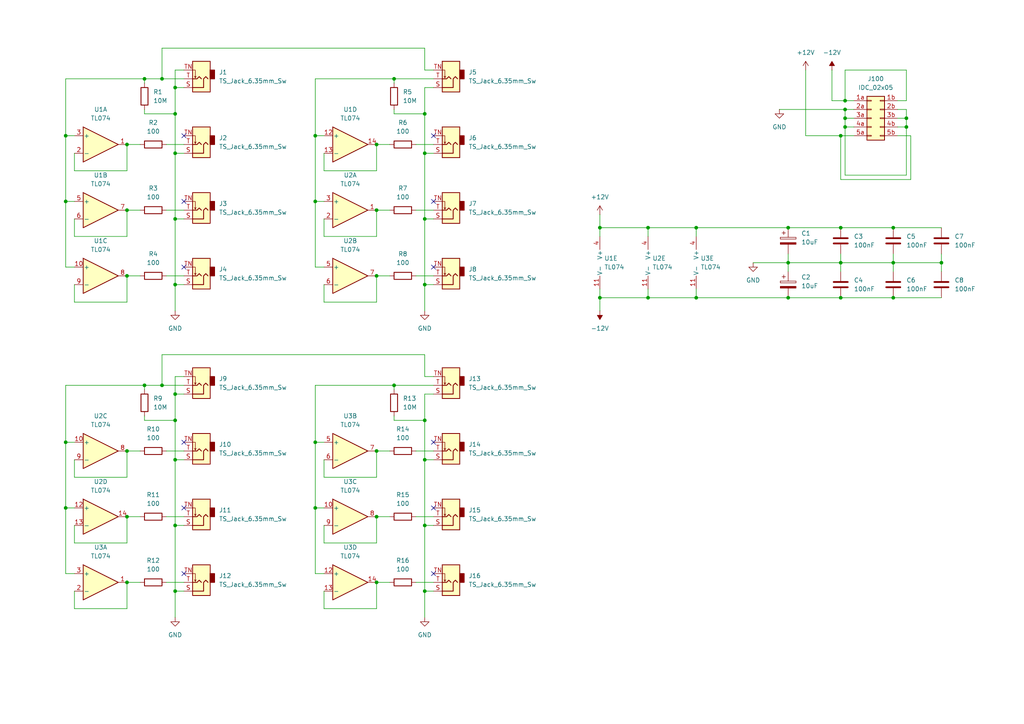
<source format=kicad_sch>
(kicad_sch (version 20231120) (generator "eeschema") (generator_version "8.0")
  (paper "A4")
  (title_block (title "Buffered Mult PCB") (date "2024-05-31") (rev "1") (company "DMH"))
  (lib_symbols
    (symbol "Amplifier_Operational:TL074" (pin_names (offset 0.127))
      (property "Reference" "U" (at 0 5.08 0))
      (property "Value" "TL074" (at 0 -5.08 0))
      (symbol "TL074_1_1"
        (polyline (pts (xy -5.08 5.08) (xy 5.08 0) (xy -5.08 -5.08) (xy -5.08 5.08)) (stroke (width 0.254)) (fill (type background)))
        (pin output line (at 7.62 0 180) (length 2.54) (name "~") (number "1"))
        (pin input line (at -7.62 -2.54 0) (length 2.54) (name "-") (number "2"))
        (pin input line (at -7.62 2.54 0) (length 2.54) (name "+") (number "3"))
      )
      (symbol "TL074_2_1"
        (polyline (pts (xy -5.08 5.08) (xy 5.08 0) (xy -5.08 -5.08) (xy -5.08 5.08)) (stroke (width 0.254)) (fill (type background)))
        (pin input line (at -7.62 2.54 0) (length 2.54) (name "+") (number "5"))
        (pin input line (at -7.62 -2.54 0) (length 2.54) (name "-") (number "6"))
        (pin output line (at 7.62 0 180) (length 2.54) (name "~") (number "7"))
      )
      (symbol "TL074_3_1"
        (polyline (pts (xy -5.08 5.08) (xy 5.08 0) (xy -5.08 -5.08) (xy -5.08 5.08)) (stroke (width 0.254)) (fill (type background)))
        (pin input line (at -7.62 2.54 0) (length 2.54) (name "+") (number "10"))
        (pin output line (at 7.62 0 180) (length 2.54) (name "~") (number "8"))
        (pin input line (at -7.62 -2.54 0) (length 2.54) (name "-") (number "9"))
      )
      (symbol "TL074_4_1"
        (polyline (pts (xy -5.08 5.08) (xy 5.08 0) (xy -5.08 -5.08) (xy -5.08 5.08)) (stroke (width 0.254)) (fill (type background)))
        (pin input line (at -7.62 2.54 0) (length 2.54) (name "+") (number "12"))
        (pin input line (at -7.62 -2.54 0) (length 2.54) (name "-") (number "13"))
        (pin output line (at 7.62 0 180) (length 2.54) (name "~") (number "14"))
      )
      (symbol "TL074_5_1"
        (pin power_in line (at -2.54 -7.62 90) (length 3.81) (name "V-") (number "11"))
        (pin power_in line (at -2.54 7.62 270) (length 3.81) (name "V+") (number "4"))
      )
    )
    (symbol "Device:C" (pin_numbers hide) (pin_names (offset 0.254))
      (property "Reference" "C" (at 0.635 2.54 0))
      (property "Value" "C" (at 0.635 -2.54 0))
      (symbol "C_0_1"
        (polyline (pts (xy -2.032 -0.762) (xy 2.032 -0.762)) (stroke (width 0.508)))
        (polyline (pts (xy -2.032 0.762) (xy 2.032 0.762)) (stroke (width 0.508)))
      )
      (symbol "C_1_1"
        (pin passive line (at 0 3.81 270) (length 2.794) (name "~") (number "1"))
        (pin passive line (at 0 -3.81 90) (length 2.794) (name "~") (number "2"))
      )
    )
    (symbol "Device:C_Polarized" (pin_numbers hide) (pin_names (offset 0.254))
      (property "Reference" "C" (at 0.635 2.54 0))
      (property "Value" "C_Polarized" (at 0.635 -2.54 0))
      (symbol "C_Polarized_0_1"
        (rectangle (start -2.286 0.508) (end 2.286 1.016))
        (polyline (pts (xy -1.778 2.286) (xy -0.762 2.286)))
        (polyline (pts (xy -1.27 2.794) (xy -1.27 1.778)))
        (rectangle (start 2.286 -0.508) (end -2.286 -1.016) (fill (type outline)))
      )
      (symbol "C_Polarized_1_1"
        (pin passive line (at 0 3.81 270) (length 2.794) (name "~") (number "1"))
        (pin passive line (at 0 -3.81 90) (length 2.794) (name "~") (number "2"))
      )
    )
    (symbol "Device:R" (pin_numbers hide) (pin_names (offset 0))
      (property "Reference" "R" (at 2.032 0 90))
      (property "Value" "R" (at 0 0 90))
      (symbol "R_0_1"
        (rectangle (start -1.016 -2.54) (end 1.016 2.54) (stroke (width 0.254)))
      )
      (symbol "R_1_1"
        (pin passive line (at 0 3.81 270) (length 1.27) (name "~") (number "1"))
        (pin passive line (at 0 -3.81 90) (length 1.27) (name "~") (number "2"))
      )
    )
    (symbol "SynthStuff:Eurorack_Power_Connector_10Pin" (pin_names (offset 1.016) hide)
      (property "Reference" "J" (at 0 -10.922 0))
      (property "Value" "IDC_02x05" (at 0 -8.382 0))
      (symbol "Eurorack_Power_Connector_10Pin_1_1"
        (rectangle (start -2.54 -4.953) (end -1.27 -5.207) (stroke (width 0.1524)))
        (rectangle (start -2.54 -2.413) (end -1.27 -2.667) (stroke (width 0.1524)))
        (rectangle (start -2.54 0.127) (end -1.27 -0.127) (stroke (width 0.1524)))
        (rectangle (start -2.54 2.667) (end -1.27 2.413) (stroke (width 0.1524)))
        (rectangle (start -2.54 5.207) (end -1.27 4.953) (stroke (width 0.1524)))
        (rectangle (start -2.54 6.35) (end 2.54 -6.35) (stroke (width 0.254)) (fill (type background)))
        (rectangle (start 2.54 -4.953) (end 1.27 -5.207) (stroke (width 0.1524)))
        (rectangle (start 2.54 -2.413) (end 1.27 -2.667) (stroke (width 0.1524)))
        (rectangle (start 2.54 0.127) (end 1.27 -0.127) (stroke (width 0.1524)))
        (rectangle (start 2.54 2.667) (end 1.27 2.413) (stroke (width 0.1524)))
        (rectangle (start 2.54 5.207) (end 1.27 4.953) (stroke (width 0.1524)))
        (pin power_out line (at -6.35 5.08 0) (length 3.81) (name "Pin_1a") (number "1a"))
        (pin passive line (at 6.35 5.08 180) (length 3.81) (name "Pin_1b") (number "1b"))
        (pin power_out line (at -6.35 2.54 0) (length 3.81) (name "Pin_2a") (number "2a"))
        (pin passive line (at 6.35 2.54 180) (length 3.81) (name "Pin_2b") (number "2b"))
        (pin passive line (at -6.35 0 0) (length 3.81) (name "Pin_3a") (number "3a"))
        (pin passive line (at 6.35 0 180) (length 3.81) (name "Pin_3b") (number "3b"))
        (pin passive line (at -6.35 -2.54 0) (length 3.81) (name "Pin_4a") (number "4a"))
        (pin passive line (at 6.35 -2.54 180) (length 3.81) (name "Pin_4b") (number "4b"))
        (pin power_out line (at -6.35 -5.08 0) (length 3.81) (name "Pin_5a") (number "5a"))
        (pin passive line (at 6.35 -5.08 180) (length 3.81) (name "Pin_5b") (number "5b"))
      )
    )
    (symbol "SynthStuff:TS_Jack_6.35mm_Sw"
      (property "Reference" "J" (at -0.635 8.89 0))
      (property "Value" "TS_Jack_6.35mm_Sw" (at -0.635 6.35 0))
      (symbol "TS_Jack_6.35mm_Sw_0_1"
        (rectangle (start -2.54 0) (end -3.81 -2.54) (stroke (width 0.254)) (fill (type outline)))
        (polyline (pts (xy 1.778 -0.254) (xy 2.032 -0.762)))
        (polyline (pts (xy 0 0) (xy 0.635 -0.635) (xy 1.27 0) (xy 2.54 0)) (stroke (width 0.254)))
        (polyline (pts (xy 2.54 -2.54) (xy 1.778 -2.54) (xy 1.778 -0.254) (xy 1.524 -0.762)))
        (polyline (pts (xy 2.54 2.54) (xy -0.635 2.54) (xy -0.635 0) (xy -1.27 -0.635) (xy -1.905 0)) (stroke (width 0.254)))
        (rectangle (start 2.54 3.81) (end -2.54 -5.08) (stroke (width 0.254)) (fill (type background)))
      )
      (symbol "TS_Jack_6.35mm_Sw_1_1"
        (pin passive line (at 5.08 2.54 180) (length 2.54) (name "~") (number "S"))
        (pin passive line (at 5.08 0 180) (length 2.54) (name "~") (number "T"))
        (pin passive line (at 5.08 -2.54 180) (length 2.54) (name "~") (number "TN"))
      )
    )
    (symbol "power:+12V" (power) (pin_numbers hide) (pin_names (offset 0) hide)
      (property "Value" "+12V" (at 0 3.556 0))
      (symbol "+12V_0_1"
        (polyline (pts (xy -0.762 1.27) (xy 0 2.54)))
        (polyline (pts (xy 0 0) (xy 0 2.54)))
        (polyline (pts (xy 0 2.54) (xy 0.762 1.27)))
      )
      (symbol "+12V_1_1"
        (pin power_in line (at 0 0 90) (length 0) (name "~") (number "1"))
      )
    )
    (symbol "power:-12V" (power) (pin_numbers hide) (pin_names (offset 0) hide)
      (property "Value" "-12V" (at 0 3.556 0))
      (symbol "-12V_0_0"
        (pin power_in line (at 0 0 90) (length 0) (name "~") (number "1"))
      )
      (symbol "-12V_0_1"
        (polyline (pts (xy 0 0) (xy 0 1.27) (xy 0.762 1.27) (xy 0 2.54) (xy -0.762 1.27) (xy 0 1.27)) (fill (type outline)))
      )
    )
    (symbol "power:GND" (power) (pin_numbers hide) (pin_names (offset 0) hide)
      (property "Value" "GND" (at 0 -3.81 0))
      (symbol "GND_0_1"
        (polyline (pts (xy 0 0) (xy 0 -1.27) (xy 1.27 -1.27) (xy 0 -2.54) (xy -1.27 -1.27) (xy 0 -1.27)))
      )
      (symbol "GND_1_1"
        (pin power_in line (at 0 0 270) (length 0) (name "~") (number "1"))
      )
    )
  )
  (junction (at 243.84 39.37))
  (junction (at 50.8 171.45))
  (junction (at 91.44 39.37))
  (junction (at 41.91 111.76))
  (junction (at 228.6 76.2))
  (junction (at 228.6 66.04))
  (junction (at 50.8 44.45))
  (junction (at 50.8 133.35))
  (junction (at 36.83 149.86))
  (junction (at 109.22 149.86))
  (junction (at 36.83 60.96))
  (junction (at 91.44 58.42))
  (junction (at 123.19 171.45))
  (junction (at 19.05 147.32))
  (junction (at 228.6 86.36))
  (junction (at 114.3 111.76))
  (junction (at 123.19 44.45))
  (junction (at 91.44 147.32))
  (junction (at 50.8 121.92))
  (junction (at 41.91 22.86))
  (junction (at 123.19 152.4))
  (junction (at 243.84 76.2))
  (junction (at 273.05 76.2))
  (junction (at 187.96 86.36))
  (junction (at 91.44 128.27))
  (junction (at 245.11 31.75))
  (junction (at 201.93 86.36))
  (junction (at 262.89 34.29))
  (junction (at 50.8 63.5))
  (junction (at 109.22 168.91))
  (junction (at 259.08 66.04))
  (junction (at 19.05 39.37))
  (junction (at 50.8 82.55))
  (junction (at 109.22 41.91))
  (junction (at 245.11 36.83))
  (junction (at 109.22 60.96))
  (junction (at 245.11 29.21))
  (junction (at 36.83 130.81))
  (junction (at 50.8 152.4))
  (junction (at 109.22 130.81))
  (junction (at 50.8 33.02))
  (junction (at 46.99 22.86))
  (junction (at 262.89 36.83))
  (junction (at 123.19 82.55))
  (junction (at 243.84 86.36))
  (junction (at 36.83 80.01))
  (junction (at 123.19 63.5))
  (junction (at 36.83 168.91))
  (junction (at 46.99 111.76))
  (junction (at 243.84 66.04))
  (junction (at 173.99 86.36))
  (junction (at 19.05 58.42))
  (junction (at 245.11 34.29))
  (junction (at 114.3 22.86))
  (junction (at 50.8 114.3))
  (junction (at 123.19 133.35))
  (junction (at 123.19 121.92))
  (junction (at 173.99 66.04))
  (junction (at 123.19 33.02))
  (junction (at 259.08 86.36))
  (junction (at 109.22 80.01))
  (junction (at 187.96 66.04))
  (junction (at 19.05 128.27))
  (junction (at 259.08 76.2))
  (junction (at 36.83 41.91))
  (junction (at 201.93 66.04))
  (junction (at 50.8 25.4))
  (no_connect (at 53.34 128.27))
  (no_connect (at 125.73 77.47))
  (no_connect (at 125.73 147.32))
  (no_connect (at 53.34 77.47))
  (no_connect (at 53.34 39.37))
  (no_connect (at 125.73 166.37))
  (no_connect (at 125.73 128.27))
  (no_connect (at 125.73 58.42))
  (no_connect (at 53.34 166.37))
  (no_connect (at 53.34 147.32))
  (no_connect (at 53.34 58.42))
  (no_connect (at 125.73 39.37))
  (wire (pts (xy 243.84 39.37) (xy 247.65 39.37)))
  (wire (pts (xy 21.59 58.42) (xy 19.05 58.42)))
  (wire (pts (xy 120.65 168.91) (xy 125.73 168.91)))
  (wire (pts (xy 91.44 39.37) (xy 93.98 39.37)))
  (wire (pts (xy 50.8 82.55) (xy 50.8 90.17)))
  (wire (pts (xy 41.91 22.86) (xy 41.91 24.13)))
  (wire (pts (xy 93.98 58.42) (xy 91.44 58.42)))
  (wire (pts (xy 93.98 166.37) (xy 91.44 166.37)))
  (wire (pts (xy 109.22 149.86) (xy 113.03 149.86)))
  (wire (pts (xy 93.98 133.35) (xy 93.98 138.43)))
  (wire (pts (xy 201.93 66.04) (xy 187.96 66.04)))
  (wire (pts (xy 21.59 44.45) (xy 21.59 49.53)))
  (wire (pts (xy 243.84 76.2) (xy 259.08 76.2)))
  (wire (pts (xy 36.83 68.58) (xy 36.83 60.96)))
  (wire (pts (xy 21.59 171.45) (xy 21.59 176.53)))
  (wire (pts (xy 123.19 121.92) (xy 123.19 133.35)))
  (wire (pts (xy 91.44 166.37) (xy 91.44 147.32)))
  (wire (pts (xy 109.22 80.01) (xy 113.03 80.01)))
  (wire (pts (xy 109.22 87.63) (xy 109.22 80.01)))
  (wire (pts (xy 125.73 25.4) (xy 123.19 25.4)))
  (wire (pts (xy 226.06 31.75) (xy 245.11 31.75)))
  (wire (pts (xy 19.05 111.76) (xy 19.05 128.27)))
  (wire (pts (xy 243.84 73.66) (xy 243.84 76.2)))
  (wire (pts (xy 259.08 76.2) (xy 259.08 78.74)))
  (wire (pts (xy 21.59 77.47) (xy 19.05 77.47)))
  (wire (pts (xy 48.26 149.86) (xy 53.34 149.86)))
  (wire (pts (xy 262.89 34.29) (xy 262.89 36.83)))
  (wire (pts (xy 91.44 111.76) (xy 91.44 128.27)))
  (wire (pts (xy 245.11 50.8) (xy 262.89 50.8)))
  (wire (pts (xy 21.59 63.5) (xy 21.59 68.58)))
  (wire (pts (xy 19.05 166.37) (xy 19.05 147.32)))
  (wire (pts (xy 114.3 120.65) (xy 114.3 121.92)))
  (wire (pts (xy 109.22 49.53) (xy 109.22 41.91)))
  (wire (pts (xy 50.8 33.02) (xy 50.8 44.45)))
  (wire (pts (xy 120.65 130.81) (xy 125.73 130.81)))
  (wire (pts (xy 260.35 29.21) (xy 262.89 29.21)))
  (wire (pts (xy 187.96 86.36) (xy 173.99 86.36)))
  (wire (pts (xy 50.8 171.45) (xy 53.34 171.45)))
  (wire (pts (xy 21.59 87.63) (xy 36.83 87.63)))
  (wire (pts (xy 46.99 111.76) (xy 46.99 102.87)))
  (wire (pts (xy 46.99 13.97) (xy 123.19 13.97)))
  (wire (pts (xy 260.35 36.83) (xy 262.89 36.83)))
  (wire (pts (xy 93.98 176.53) (xy 109.22 176.53)))
  (wire (pts (xy 233.68 39.37) (xy 243.84 39.37)))
  (wire (pts (xy 187.96 83.82) (xy 187.96 86.36)))
  (wire (pts (xy 41.91 33.02) (xy 41.91 31.75)))
  (wire (pts (xy 264.16 52.07) (xy 264.16 39.37)))
  (wire (pts (xy 123.19 114.3) (xy 123.19 121.92)))
  (wire (pts (xy 243.84 76.2) (xy 243.84 78.74)))
  (wire (pts (xy 48.26 60.96) (xy 53.34 60.96)))
  (wire (pts (xy 201.93 68.58) (xy 201.93 66.04)))
  (wire (pts (xy 36.83 87.63) (xy 36.83 80.01)))
  (wire (pts (xy 50.8 25.4) (xy 50.8 33.02)))
  (wire (pts (xy 125.73 114.3) (xy 123.19 114.3)))
  (wire (pts (xy 46.99 102.87) (xy 123.19 102.87)))
  (wire (pts (xy 123.19 44.45) (xy 123.19 63.5)))
  (wire (pts (xy 123.19 133.35) (xy 123.19 152.4)))
  (wire (pts (xy 91.44 128.27) (xy 93.98 128.27)))
  (wire (pts (xy 36.83 157.48) (xy 36.83 149.86)))
  (wire (pts (xy 50.8 133.35) (xy 53.34 133.35)))
  (wire (pts (xy 201.93 66.04) (xy 228.6 66.04)))
  (wire (pts (xy 262.89 31.75) (xy 262.89 34.29)))
  (wire (pts (xy 245.11 36.83) (xy 247.65 36.83)))
  (wire (pts (xy 50.8 82.55) (xy 53.34 82.55)))
  (wire (pts (xy 114.3 22.86) (xy 114.3 24.13)))
  (wire (pts (xy 36.83 176.53) (xy 36.83 168.91)))
  (wire (pts (xy 245.11 36.83) (xy 245.11 50.8)))
  (wire (pts (xy 93.98 49.53) (xy 109.22 49.53)))
  (wire (pts (xy 228.6 66.04) (xy 243.84 66.04)))
  (wire (pts (xy 123.19 25.4) (xy 123.19 33.02)))
  (wire (pts (xy 114.3 111.76) (xy 114.3 113.03)))
  (wire (pts (xy 36.83 130.81) (xy 40.64 130.81)))
  (wire (pts (xy 46.99 22.86) (xy 46.99 13.97)))
  (wire (pts (xy 109.22 60.96) (xy 113.03 60.96)))
  (wire (pts (xy 50.8 63.5) (xy 50.8 82.55)))
  (wire (pts (xy 201.93 83.82) (xy 201.93 86.36)))
  (wire (pts (xy 260.35 31.75) (xy 262.89 31.75)))
  (wire (pts (xy 123.19 152.4) (xy 125.73 152.4)))
  (wire (pts (xy 123.19 20.32) (xy 125.73 20.32)))
  (wire (pts (xy 201.93 86.36) (xy 228.6 86.36)))
  (wire (pts (xy 41.91 22.86) (xy 46.99 22.86)))
  (wire (pts (xy 243.84 66.04) (xy 259.08 66.04)))
  (wire (pts (xy 46.99 111.76) (xy 53.34 111.76)))
  (wire (pts (xy 228.6 76.2) (xy 228.6 78.74)))
  (wire (pts (xy 262.89 20.32) (xy 262.89 29.21)))
  (wire (pts (xy 262.89 36.83) (xy 262.89 50.8)))
  (wire (pts (xy 187.96 68.58) (xy 187.96 66.04)))
  (wire (pts (xy 21.59 166.37) (xy 19.05 166.37)))
  (wire (pts (xy 21.59 68.58) (xy 36.83 68.58)))
  (wire (pts (xy 243.84 86.36) (xy 259.08 86.36)))
  (wire (pts (xy 93.98 147.32) (xy 91.44 147.32)))
  (wire (pts (xy 123.19 90.17) (xy 123.19 82.55)))
  (wire (pts (xy 21.59 82.55) (xy 21.59 87.63)))
  (wire (pts (xy 48.26 130.81) (xy 53.34 130.81)))
  (wire (pts (xy 19.05 22.86) (xy 19.05 39.37)))
  (wire (pts (xy 93.98 44.45) (xy 93.98 49.53)))
  (wire (pts (xy 36.83 80.01) (xy 40.64 80.01)))
  (wire (pts (xy 245.11 29.21) (xy 245.11 20.32)))
  (wire (pts (xy 245.11 31.75) (xy 247.65 31.75)))
  (wire (pts (xy 123.19 102.87) (xy 123.19 109.22)))
  (wire (pts (xy 109.22 157.48) (xy 109.22 149.86)))
  (wire (pts (xy 91.44 111.76) (xy 114.3 111.76)))
  (wire (pts (xy 245.11 31.75) (xy 245.11 34.29)))
  (wire (pts (xy 233.68 20.32) (xy 233.68 39.37)))
  (wire (pts (xy 36.83 149.86) (xy 40.64 149.86)))
  (wire (pts (xy 93.98 77.47) (xy 91.44 77.47)))
  (wire (pts (xy 243.84 52.07) (xy 264.16 52.07)))
  (wire (pts (xy 50.8 152.4) (xy 53.34 152.4)))
  (wire (pts (xy 53.34 25.4) (xy 50.8 25.4)))
  (wire (pts (xy 46.99 22.86) (xy 53.34 22.86)))
  (wire (pts (xy 91.44 22.86) (xy 114.3 22.86)))
  (wire (pts (xy 245.11 34.29) (xy 247.65 34.29)))
  (wire (pts (xy 173.99 62.23) (xy 173.99 66.04)))
  (wire (pts (xy 187.96 66.04) (xy 173.99 66.04)))
  (wire (pts (xy 259.08 76.2) (xy 273.05 76.2)))
  (wire (pts (xy 41.91 120.65) (xy 41.91 121.92)))
  (wire (pts (xy 50.8 44.45) (xy 50.8 63.5)))
  (wire (pts (xy 259.08 73.66) (xy 259.08 76.2)))
  (wire (pts (xy 218.44 76.2) (xy 228.6 76.2)))
  (wire (pts (xy 120.65 41.91) (xy 125.73 41.91)))
  (wire (pts (xy 109.22 41.91) (xy 113.03 41.91)))
  (wire (pts (xy 91.44 58.42) (xy 91.44 39.37)))
  (wire (pts (xy 19.05 128.27) (xy 21.59 128.27)))
  (wire (pts (xy 93.98 157.48) (xy 109.22 157.48)))
  (wire (pts (xy 120.65 149.86) (xy 125.73 149.86)))
  (wire (pts (xy 36.83 41.91) (xy 40.64 41.91)))
  (wire (pts (xy 36.83 168.91) (xy 40.64 168.91)))
  (wire (pts (xy 48.26 80.01) (xy 53.34 80.01)))
  (wire (pts (xy 120.65 60.96) (xy 125.73 60.96)))
  (wire (pts (xy 114.3 33.02) (xy 123.19 33.02)))
  (wire (pts (xy 273.05 73.66) (xy 273.05 76.2)))
  (wire (pts (xy 21.59 157.48) (xy 36.83 157.48)))
  (wire (pts (xy 19.05 147.32) (xy 19.05 128.27)))
  (wire (pts (xy 50.8 121.92) (xy 50.8 133.35)))
  (wire (pts (xy 93.98 138.43) (xy 109.22 138.43)))
  (wire (pts (xy 123.19 152.4) (xy 123.19 171.45)))
  (wire (pts (xy 260.35 39.37) (xy 264.16 39.37)))
  (wire (pts (xy 50.8 133.35) (xy 50.8 152.4)))
  (wire (pts (xy 41.91 121.92) (xy 50.8 121.92)))
  (wire (pts (xy 36.83 138.43) (xy 36.83 130.81)))
  (wire (pts (xy 109.22 176.53) (xy 109.22 168.91)))
  (wire (pts (xy 123.19 171.45) (xy 125.73 171.45)))
  (wire (pts (xy 173.99 83.82) (xy 173.99 86.36)))
  (wire (pts (xy 114.3 121.92) (xy 123.19 121.92)))
  (wire (pts (xy 41.91 33.02) (xy 50.8 33.02)))
  (wire (pts (xy 93.98 152.4) (xy 93.98 157.48)))
  (wire (pts (xy 123.19 13.97) (xy 123.19 20.32)))
  (wire (pts (xy 228.6 86.36) (xy 243.84 86.36)))
  (wire (pts (xy 259.08 66.04) (xy 273.05 66.04)))
  (wire (pts (xy 123.19 109.22) (xy 125.73 109.22)))
  (wire (pts (xy 109.22 138.43) (xy 109.22 130.81)))
  (wire (pts (xy 123.19 33.02) (xy 123.19 44.45)))
  (wire (pts (xy 173.99 66.04) (xy 173.99 68.58)))
  (wire (pts (xy 109.22 68.58) (xy 109.22 60.96)))
  (wire (pts (xy 93.98 87.63) (xy 109.22 87.63)))
  (wire (pts (xy 245.11 34.29) (xy 245.11 36.83)))
  (wire (pts (xy 19.05 22.86) (xy 41.91 22.86)))
  (wire (pts (xy 120.65 80.01) (xy 125.73 80.01)))
  (wire (pts (xy 241.3 29.21) (xy 245.11 29.21)))
  (wire (pts (xy 114.3 31.75) (xy 114.3 33.02)))
  (wire (pts (xy 48.26 168.91) (xy 53.34 168.91)))
  (wire (pts (xy 125.73 44.45) (xy 123.19 44.45)))
  (wire (pts (xy 36.83 60.96) (xy 40.64 60.96)))
  (wire (pts (xy 260.35 34.29) (xy 262.89 34.29)))
  (wire (pts (xy 228.6 76.2) (xy 243.84 76.2)))
  (wire (pts (xy 91.44 77.47) (xy 91.44 58.42)))
  (wire (pts (xy 41.91 111.76) (xy 46.99 111.76)))
  (wire (pts (xy 53.34 109.22) (xy 50.8 109.22)))
  (wire (pts (xy 125.73 63.5) (xy 123.19 63.5)))
  (wire (pts (xy 123.19 63.5) (xy 123.19 82.55)))
  (wire (pts (xy 93.98 171.45) (xy 93.98 176.53)))
  (wire (pts (xy 19.05 111.76) (xy 41.91 111.76)))
  (wire (pts (xy 109.22 130.81) (xy 113.03 130.81)))
  (wire (pts (xy 228.6 73.66) (xy 228.6 76.2)))
  (wire (pts (xy 50.8 20.32) (xy 50.8 25.4)))
  (wire (pts (xy 50.8 63.5) (xy 53.34 63.5)))
  (wire (pts (xy 50.8 109.22) (xy 50.8 114.3)))
  (wire (pts (xy 21.59 133.35) (xy 21.59 138.43)))
  (wire (pts (xy 123.19 82.55) (xy 125.73 82.55)))
  (wire (pts (xy 273.05 76.2) (xy 273.05 78.74)))
  (wire (pts (xy 243.84 39.37) (xy 243.84 52.07)))
  (wire (pts (xy 245.11 20.32) (xy 262.89 20.32)))
  (wire (pts (xy 91.44 22.86) (xy 91.44 39.37)))
  (wire (pts (xy 19.05 58.42) (xy 19.05 39.37)))
  (wire (pts (xy 114.3 22.86) (xy 125.73 22.86)))
  (wire (pts (xy 123.19 171.45) (xy 123.19 179.07)))
  (wire (pts (xy 21.59 49.53) (xy 36.83 49.53)))
  (wire (pts (xy 259.08 86.36) (xy 273.05 86.36)))
  (wire (pts (xy 173.99 86.36) (xy 173.99 90.17)))
  (wire (pts (xy 93.98 63.5) (xy 93.98 68.58)))
  (wire (pts (xy 50.8 171.45) (xy 50.8 179.07)))
  (wire (pts (xy 50.8 114.3) (xy 50.8 121.92)))
  (wire (pts (xy 123.19 133.35) (xy 125.73 133.35)))
  (wire (pts (xy 114.3 111.76) (xy 125.73 111.76)))
  (wire (pts (xy 21.59 138.43) (xy 36.83 138.43)))
  (wire (pts (xy 21.59 152.4) (xy 21.59 157.48)))
  (wire (pts (xy 201.93 86.36) (xy 187.96 86.36)))
  (wire (pts (xy 50.8 152.4) (xy 50.8 171.45)))
  (wire (pts (xy 241.3 20.32) (xy 241.3 29.21)))
  (wire (pts (xy 53.34 114.3) (xy 50.8 114.3)))
  (wire (pts (xy 19.05 77.47) (xy 19.05 58.42)))
  (wire (pts (xy 91.44 147.32) (xy 91.44 128.27)))
  (wire (pts (xy 109.22 168.91) (xy 113.03 168.91)))
  (wire (pts (xy 41.91 111.76) (xy 41.91 113.03)))
  (wire (pts (xy 21.59 147.32) (xy 19.05 147.32)))
  (wire (pts (xy 50.8 44.45) (xy 53.34 44.45)))
  (wire (pts (xy 36.83 49.53) (xy 36.83 41.91)))
  (wire (pts (xy 53.34 20.32) (xy 50.8 20.32)))
  (wire (pts (xy 93.98 68.58) (xy 109.22 68.58)))
  (wire (pts (xy 19.05 39.37) (xy 21.59 39.37)))
  (wire (pts (xy 48.26 41.91) (xy 53.34 41.91)))
  (wire (pts (xy 93.98 82.55) (xy 93.98 87.63)))
  (wire (pts (xy 245.11 29.21) (xy 247.65 29.21)))
  (wire (pts (xy 21.59 176.53) (xy 36.83 176.53)))
  (symbol (lib_id "power:-12V") (at 241.3 20.32 0) (unit 1)
    (property "Reference" "#PWR07" (effects (hide yes)))
    (property "Value" "-12V" (at 241.3 15.24 0))
    (property "Description" "Power symbol creates a global label with name \"-12V\"" (effects (hide yes)))
  )
  (symbol (lib_id "Amplifier_Operational:TL074") (at 101.6 60.96 0) (unit 1)
    (property "Reference" "U2" (at 101.6 50.8 0))
    (property "Value" "TL074" (at 101.6 53.34 0))
    (property "Footprint" "Package_DIP:DIP-14_W7.62mm_Socket" (effects (hide yes)))
    (property "Datasheet" "http://www.ti.com/lit/ds/symlink/tl071.pdf" (effects (hide yes)))
    (property "Description" "Quad Low-Noise JFET-Input Operational Amplifiers, DIP-14/SOIC-14" (effects (hide yes)))
  )
  (symbol (lib_id "SynthStuff:TS_Jack_6.35mm_Sw") (at 58.42 60.96 180) (unit 1)
    (property "Reference" "J3" (at 63.5 59.0549 0) (effects (justify right)))
    (property "Value" "TS_Jack_6.35mm_Sw" (at 63.5 61.5949 0) (effects (justify right)))
    (property "Footprint" "SynthStuff:CUI_MJ-63052A" (effects (hide yes)))
    (property "Description" "Audio Jack, 2 Poles (Mono / TS), Switched T Pole (Normalling), 6.35mm, 1/4inch" (effects (hide yes)))
  )
  (symbol (lib_id "Device:R") (at 44.45 149.86 90) (unit 1)
    (property "Reference" "R11" (at 44.45 143.51 90))
    (property "Value" "100" (at 44.45 146.05 90))
    (property "Footprint" "Resistor_THT:R_Axial_DIN0204_L3.6mm_D1.6mm_P5.08mm_Horizontal" (effects (hide yes)))
    (property "Description" "Resistor" (effects (hide yes)))
  )
  (symbol (lib_id "Device:C") (at 243.84 69.85 0) (unit 1)
    (property "Reference" "C3" (at 247.65 68.5799 0) (effects (justify left)))
    (property "Value" "100nF" (at 247.65 71.1199 0) (effects (justify left)))
    (property "Footprint" "Capacitor_THT:C_Disc_D4.3mm_W1.9mm_P5.00mm" (effects (hide yes)))
    (property "Description" "Unpolarized capacitor" (effects (hide yes)))
  )
  (symbol (lib_id "Device:R") (at 41.91 27.94 180) (unit 1)
    (property "Reference" "R1" (at 44.45 26.6699 0) (effects (justify right)))
    (property "Value" "10M" (at 44.45 29.2099 0) (effects (justify right)))
    (property "Footprint" "Resistor_THT:R_Axial_DIN0204_L3.6mm_D1.6mm_P5.08mm_Horizontal" (effects (hide yes)))
    (property "Description" "Resistor" (effects (hide yes)))
  )
  (symbol (lib_id "Amplifier_Operational:TL074") (at 190.5 76.2 0) (unit 5)
    (property "Reference" "U2" (at 189.23 74.9299 0) (effects (justify left)))
    (property "Value" "TL074" (at 189.23 77.4699 0) (effects (justify left)))
    (property "Footprint" "Package_DIP:DIP-14_W7.62mm_Socket" (effects (hide yes)))
    (property "Datasheet" "http://www.ti.com/lit/ds/symlink/tl071.pdf" (effects (hide yes)))
    (property "Description" "Quad Low-Noise JFET-Input Operational Amplifiers, DIP-14/SOIC-14" (effects (hide yes)))
  )
  (symbol (lib_id "Amplifier_Operational:TL074") (at 101.6 168.91 0) (unit 4)
    (property "Reference" "U3" (at 101.6 158.75 0))
    (property "Value" "TL074" (at 101.6 161.29 0))
    (property "Footprint" "Package_DIP:DIP-14_W7.62mm_Socket" (effects (hide yes)))
    (property "Datasheet" "http://www.ti.com/lit/ds/symlink/tl071.pdf" (effects (hide yes)))
    (property "Description" "Quad Low-Noise JFET-Input Operational Amplifiers, DIP-14/SOIC-14" (effects (hide yes)))
  )
  (symbol (lib_id "SynthStuff:Eurorack_Power_Connector_10Pin") (at 254 34.29 0) (unit 1)
    (property "Reference" "J100" (at 254 22.86 0))
    (property "Value" "IDC_02x05" (at 254 25.4 0))
    (property "Footprint" "SynthStuff:IDC-Header_2x05_P2.54mm_Vertical_Eurorack" (effects (hide yes)))
    (property "Description" "IDC jack, 2x5 pins, row a carries same signals as row b." (effects (hide yes)))
  )
  (symbol (lib_id "Device:R") (at 116.84 168.91 90) (unit 1)
    (property "Reference" "R16" (at 116.84 162.56 90))
    (property "Value" "100" (at 116.84 165.1 90))
    (property "Footprint" "Resistor_THT:R_Axial_DIN0204_L3.6mm_D1.6mm_P5.08mm_Horizontal" (effects (hide yes)))
    (property "Description" "Resistor" (effects (hide yes)))
  )
  (symbol (lib_id "Device:C") (at 273.05 82.55 0) (unit 1)
    (property "Reference" "C8" (at 276.86 81.2799 0) (effects (justify left)))
    (property "Value" "100nF" (at 276.86 83.8199 0) (effects (justify left)))
    (property "Footprint" "Capacitor_THT:C_Disc_D4.3mm_W1.9mm_P5.00mm" (effects (hide yes)))
    (property "Description" "Unpolarized capacitor" (effects (hide yes)))
  )
  (symbol (lib_id "Device:R") (at 44.45 60.96 90) (unit 1)
    (property "Reference" "R3" (at 44.45 54.61 90))
    (property "Value" "100" (at 44.45 57.15 90))
    (property "Footprint" "Resistor_THT:R_Axial_DIN0204_L3.6mm_D1.6mm_P5.08mm_Horizontal" (effects (hide yes)))
    (property "Description" "Resistor" (effects (hide yes)))
  )
  (symbol (lib_id "Device:R") (at 116.84 149.86 90) (unit 1)
    (property "Reference" "R15" (at 116.84 143.51 90))
    (property "Value" "100" (at 116.84 146.05 90))
    (property "Footprint" "Resistor_THT:R_Axial_DIN0204_L3.6mm_D1.6mm_P5.08mm_Horizontal" (effects (hide yes)))
    (property "Description" "Resistor" (effects (hide yes)))
  )
  (symbol (lib_id "Amplifier_Operational:TL074") (at 29.21 80.01 0) (unit 3)
    (property "Reference" "U1" (at 29.21 69.85 0))
    (property "Value" "TL074" (at 29.21 72.39 0))
    (property "Footprint" "Package_DIP:DIP-14_W7.62mm_Socket" (effects (hide yes)))
    (property "Datasheet" "http://www.ti.com/lit/ds/symlink/tl071.pdf" (effects (hide yes)))
    (property "Description" "Quad Low-Noise JFET-Input Operational Amplifiers, DIP-14/SOIC-14" (effects (hide yes)))
  )
  (symbol (lib_id "Device:R") (at 44.45 130.81 90) (unit 1)
    (property "Reference" "R10" (at 44.45 124.46 90))
    (property "Value" "100" (at 44.45 127 90))
    (property "Footprint" "Resistor_THT:R_Axial_DIN0204_L3.6mm_D1.6mm_P5.08mm_Horizontal" (effects (hide yes)))
    (property "Description" "Resistor" (effects (hide yes)))
  )
  (symbol (lib_id "Device:R") (at 114.3 27.94 180) (unit 1)
    (property "Reference" "R5" (at 116.84 26.6699 0) (effects (justify right)))
    (property "Value" "10M" (at 116.84 29.2099 0) (effects (justify right)))
    (property "Footprint" "Resistor_THT:R_Axial_DIN0204_L3.6mm_D1.6mm_P5.08mm_Horizontal" (effects (hide yes)))
    (property "Description" "Resistor" (effects (hide yes)))
  )
  (symbol (lib_id "Device:R") (at 116.84 41.91 90) (unit 1)
    (property "Reference" "R6" (at 116.84 35.56 90))
    (property "Value" "100" (at 116.84 38.1 90))
    (property "Footprint" "Resistor_THT:R_Axial_DIN0204_L3.6mm_D1.6mm_P5.08mm_Horizontal" (effects (hide yes)))
    (property "Description" "Resistor" (effects (hide yes)))
  )
  (symbol (lib_id "Device:R") (at 44.45 168.91 90) (unit 1)
    (property "Reference" "R12" (at 44.45 162.56 90))
    (property "Value" "100" (at 44.45 165.1 90))
    (property "Footprint" "Resistor_THT:R_Axial_DIN0204_L3.6mm_D1.6mm_P5.08mm_Horizontal" (effects (hide yes)))
    (property "Description" "Resistor" (effects (hide yes)))
  )
  (symbol (lib_id "power:GND") (at 123.19 179.07 0) (unit 1)
    (property "Reference" "#PWR06" (effects (hide yes)))
    (property "Value" "GND" (at 123.19 184.15 0))
    (property "Description" "Power symbol creates a global label with name \"GND\" , ground" (effects (hide yes)))
  )
  (symbol (lib_id "Amplifier_Operational:TL074") (at 29.21 41.91 0) (unit 1)
    (property "Reference" "U1" (at 29.21 31.75 0))
    (property "Value" "TL074" (at 29.21 34.29 0))
    (property "Footprint" "Package_DIP:DIP-14_W7.62mm_Socket" (effects (hide yes)))
    (property "Datasheet" "http://www.ti.com/lit/ds/symlink/tl071.pdf" (effects (hide yes)))
    (property "Description" "Quad Low-Noise JFET-Input Operational Amplifiers, DIP-14/SOIC-14" (effects (hide yes)))
  )
  (symbol (lib_id "power:GND") (at 218.44 76.2 0) (unit 1)
    (property "Reference" "#PWR010" (effects (hide yes)))
    (property "Value" "GND" (at 218.44 81.28 0))
    (property "Description" "Power symbol creates a global label with name \"GND\" , ground" (effects (hide yes)))
  )
  (symbol (lib_id "Device:C_Polarized") (at 228.6 82.55 0) (unit 1)
    (property "Reference" "C2" (at 232.41 80.3909 0) (effects (justify left)))
    (property "Value" "10uF" (at 232.41 82.9309 0) (effects (justify left)))
    (property "Footprint" "Capacitor_THT:CP_Radial_D4.0mm_P2.00mm" (effects (hide yes)))
    (property "Description" "Polarized capacitor" (effects (hide yes)))
  )
  (symbol (lib_id "Device:C") (at 259.08 69.85 0) (unit 1)
    (property "Reference" "C5" (at 262.89 68.5799 0) (effects (justify left)))
    (property "Value" "100nF" (at 262.89 71.1199 0) (effects (justify left)))
    (property "Footprint" "Capacitor_THT:C_Disc_D4.3mm_W1.9mm_P5.00mm" (effects (hide yes)))
    (property "Description" "Unpolarized capacitor" (effects (hide yes)))
  )
  (symbol (lib_id "Device:C") (at 243.84 82.55 0) (unit 1)
    (property "Reference" "C4" (at 247.65 81.2799 0) (effects (justify left)))
    (property "Value" "100nF" (at 247.65 83.8199 0) (effects (justify left)))
    (property "Footprint" "Capacitor_THT:C_Disc_D4.3mm_W1.9mm_P5.00mm" (effects (hide yes)))
    (property "Description" "Unpolarized capacitor" (effects (hide yes)))
  )
  (symbol (lib_id "SynthStuff:TS_Jack_6.35mm_Sw") (at 130.81 80.01 180) (unit 1)
    (property "Reference" "J8" (at 135.89 78.1049 0) (effects (justify right)))
    (property "Value" "TS_Jack_6.35mm_Sw" (at 135.89 80.6449 0) (effects (justify right)))
    (property "Footprint" "SynthStuff:CUI_MJ-63052A" (effects (hide yes)))
    (property "Description" "Audio Jack, 2 Poles (Mono / TS), Switched T Pole (Normalling), 6.35mm, 1/4inch" (effects (hide yes)))
  )
  (symbol (lib_id "Device:R") (at 44.45 80.01 90) (unit 1)
    (property "Reference" "R4" (at 44.45 73.66 90))
    (property "Value" "100" (at 44.45 76.2 90))
    (property "Footprint" "Resistor_THT:R_Axial_DIN0204_L3.6mm_D1.6mm_P5.08mm_Horizontal" (effects (hide yes)))
    (property "Description" "Resistor" (effects (hide yes)))
  )
  (symbol (lib_id "SynthStuff:TS_Jack_6.35mm_Sw") (at 130.81 22.86 180) (unit 1)
    (property "Reference" "J5" (at 135.89 20.9549 0) (effects (justify right)))
    (property "Value" "TS_Jack_6.35mm_Sw" (at 135.89 23.4949 0) (effects (justify right)))
    (property "Footprint" "SynthStuff:CUI_MJ-63052A" (effects (hide yes)))
    (property "Description" "Audio Jack, 2 Poles (Mono / TS), Switched T Pole (Normalling), 6.35mm, 1/4inch" (effects (hide yes)))
  )
  (symbol (lib_id "Amplifier_Operational:TL074") (at 101.6 149.86 0) (unit 3)
    (property "Reference" "U3" (at 101.6 139.7 0))
    (property "Value" "TL074" (at 101.6 142.24 0))
    (property "Footprint" "Package_DIP:DIP-14_W7.62mm_Socket" (effects (hide yes)))
    (property "Datasheet" "http://www.ti.com/lit/ds/symlink/tl071.pdf" (effects (hide yes)))
    (property "Description" "Quad Low-Noise JFET-Input Operational Amplifiers, DIP-14/SOIC-14" (effects (hide yes)))
  )
  (symbol (lib_id "power:GND") (at 123.19 90.17 0) (unit 1)
    (property "Reference" "#PWR04" (effects (hide yes)))
    (property "Value" "GND" (at 123.19 95.25 0))
    (property "Description" "Power symbol creates a global label with name \"GND\" , ground" (effects (hide yes)))
  )
  (symbol (lib_id "power:GND") (at 50.8 179.07 0) (unit 1)
    (property "Reference" "#PWR05" (effects (hide yes)))
    (property "Value" "GND" (at 50.8 184.15 0))
    (property "Description" "Power symbol creates a global label with name \"GND\" , ground" (effects (hide yes)))
  )
  (symbol (lib_id "Amplifier_Operational:TL074") (at 29.21 149.86 0) (unit 4)
    (property "Reference" "U2" (at 29.21 139.7 0))
    (property "Value" "TL074" (at 29.21 142.24 0))
    (property "Footprint" "Package_DIP:DIP-14_W7.62mm_Socket" (effects (hide yes)))
    (property "Datasheet" "http://www.ti.com/lit/ds/symlink/tl071.pdf" (effects (hide yes)))
    (property "Description" "Quad Low-Noise JFET-Input Operational Amplifiers, DIP-14/SOIC-14" (effects (hide yes)))
  )
  (symbol (lib_id "Amplifier_Operational:TL074") (at 29.21 130.81 0) (unit 3)
    (property "Reference" "U2" (at 29.21 120.65 0))
    (property "Value" "TL074" (at 29.21 123.19 0))
    (property "Footprint" "Package_DIP:DIP-14_W7.62mm_Socket" (effects (hide yes)))
    (property "Datasheet" "http://www.ti.com/lit/ds/symlink/tl071.pdf" (effects (hide yes)))
    (property "Description" "Quad Low-Noise JFET-Input Operational Amplifiers, DIP-14/SOIC-14" (effects (hide yes)))
  )
  (symbol (lib_id "Device:C") (at 273.05 69.85 0) (unit 1)
    (property "Reference" "C7" (at 276.86 68.5799 0) (effects (justify left)))
    (property "Value" "100nF" (at 276.86 71.1199 0) (effects (justify left)))
    (property "Footprint" "Capacitor_THT:C_Disc_D4.3mm_W1.9mm_P5.00mm" (effects (hide yes)))
    (property "Description" "Unpolarized capacitor" (effects (hide yes)))
  )
  (symbol (lib_id "Amplifier_Operational:TL074") (at 101.6 41.91 0) (unit 4)
    (property "Reference" "U1" (at 101.6 31.75 0))
    (property "Value" "TL074" (at 101.6 34.29 0))
    (property "Footprint" "Package_DIP:DIP-14_W7.62mm_Socket" (effects (hide yes)))
    (property "Datasheet" "http://www.ti.com/lit/ds/symlink/tl071.pdf" (effects (hide yes)))
    (property "Description" "Quad Low-Noise JFET-Input Operational Amplifiers, DIP-14/SOIC-14" (effects (hide yes)))
  )
  (symbol (lib_id "SynthStuff:TS_Jack_6.35mm_Sw") (at 58.42 130.81 180) (unit 1)
    (property "Reference" "J10" (at 63.5 128.9049 0) (effects (justify right)))
    (property "Value" "TS_Jack_6.35mm_Sw" (at 63.5 131.4449 0) (effects (justify right)))
    (property "Footprint" "SynthStuff:CUI_MJ-63052A" (effects (hide yes)))
    (property "Description" "Audio Jack, 2 Poles (Mono / TS), Switched T Pole (Normalling), 6.35mm, 1/4inch" (effects (hide yes)))
  )
  (symbol (lib_id "SynthStuff:TS_Jack_6.35mm_Sw") (at 58.42 149.86 180) (unit 1)
    (property "Reference" "J11" (at 63.5 147.9549 0) (effects (justify right)))
    (property "Value" "TS_Jack_6.35mm_Sw" (at 63.5 150.4949 0) (effects (justify right)))
    (property "Footprint" "SynthStuff:CUI_MJ-63052A" (effects (hide yes)))
    (property "Description" "Audio Jack, 2 Poles (Mono / TS), Switched T Pole (Normalling), 6.35mm, 1/4inch" (effects (hide yes)))
  )
  (symbol (lib_id "Device:C_Polarized") (at 228.6 69.85 0) (unit 1)
    (property "Reference" "C1" (at 232.41 67.6909 0) (effects (justify left)))
    (property "Value" "10uF" (at 232.41 70.2309 0) (effects (justify left)))
    (property "Footprint" "Capacitor_THT:CP_Radial_D4.0mm_P2.00mm" (effects (hide yes)))
    (property "Description" "Polarized capacitor" (effects (hide yes)))
  )
  (symbol (lib_id "SynthStuff:TS_Jack_6.35mm_Sw") (at 58.42 168.91 180) (unit 1)
    (property "Reference" "J12" (at 63.5 167.0049 0) (effects (justify right)))
    (property "Value" "TS_Jack_6.35mm_Sw" (at 63.5 169.5449 0) (effects (justify right)))
    (property "Footprint" "SynthStuff:CUI_MJ-63052A" (effects (hide yes)))
    (property "Description" "Audio Jack, 2 Poles (Mono / TS), Switched T Pole (Normalling), 6.35mm, 1/4inch" (effects (hide yes)))
  )
  (symbol (lib_id "SynthStuff:TS_Jack_6.35mm_Sw") (at 130.81 111.76 180) (unit 1)
    (property "Reference" "J13" (at 135.89 109.8549 0) (effects (justify right)))
    (property "Value" "TS_Jack_6.35mm_Sw" (at 135.89 112.3949 0) (effects (justify right)))
    (property "Footprint" "SynthStuff:CUI_MJ-63052A" (effects (hide yes)))
    (property "Description" "Audio Jack, 2 Poles (Mono / TS), Switched T Pole (Normalling), 6.35mm, 1/4inch" (effects (hide yes)))
  )
  (symbol (lib_id "SynthStuff:TS_Jack_6.35mm_Sw") (at 130.81 41.91 180) (unit 1)
    (property "Reference" "J6" (at 135.89 40.0049 0) (effects (justify right)))
    (property "Value" "TS_Jack_6.35mm_Sw" (at 135.89 42.5449 0) (effects (justify right)))
    (property "Footprint" "SynthStuff:CUI_MJ-63052A" (effects (hide yes)))
    (property "Description" "Audio Jack, 2 Poles (Mono / TS), Switched T Pole (Normalling), 6.35mm, 1/4inch" (effects (hide yes)))
  )
  (symbol (lib_id "Amplifier_Operational:TL074") (at 204.47 76.2 0) (unit 5)
    (property "Reference" "U3" (at 203.2 74.9299 0) (effects (justify left)))
    (property "Value" "TL074" (at 203.2 77.4699 0) (effects (justify left)))
    (property "Footprint" "Package_DIP:DIP-14_W7.62mm_Socket" (effects (hide yes)))
    (property "Datasheet" "http://www.ti.com/lit/ds/symlink/tl071.pdf" (effects (hide yes)))
    (property "Description" "Quad Low-Noise JFET-Input Operational Amplifiers, DIP-14/SOIC-14" (effects (hide yes)))
  )
  (symbol (lib_id "power:+12V") (at 173.99 62.23 0) (unit 1)
    (property "Reference" "#PWR01" (effects (hide yes)))
    (property "Value" "+12V" (at 173.99 57.15 0))
    (property "Description" "Power symbol creates a global label with name \"+12V\"" (effects (hide yes)))
  )
  (symbol (lib_id "SynthStuff:TS_Jack_6.35mm_Sw") (at 58.42 22.86 180) (unit 1)
    (property "Reference" "J1" (at 63.5 20.9549 0) (effects (justify right)))
    (property "Value" "TS_Jack_6.35mm_Sw" (at 63.5 23.4949 0) (effects (justify right)))
    (property "Footprint" "SynthStuff:CUI_MJ-63052A" (effects (hide yes)))
    (property "Description" "Audio Jack, 2 Poles (Mono / TS), Switched T Pole (Normalling), 6.35mm, 1/4inch" (effects (hide yes)))
  )
  (symbol (lib_id "Device:R") (at 116.84 60.96 90) (unit 1)
    (property "Reference" "R7" (at 116.84 54.61 90))
    (property "Value" "100" (at 116.84 57.15 90))
    (property "Footprint" "Resistor_THT:R_Axial_DIN0204_L3.6mm_D1.6mm_P5.08mm_Horizontal" (effects (hide yes)))
    (property "Description" "Resistor" (effects (hide yes)))
  )
  (symbol (lib_id "SynthStuff:TS_Jack_6.35mm_Sw") (at 130.81 130.81 180) (unit 1)
    (property "Reference" "J14" (at 135.89 128.9049 0) (effects (justify right)))
    (property "Value" "TS_Jack_6.35mm_Sw" (at 135.89 131.4449 0) (effects (justify right)))
    (property "Footprint" "SynthStuff:CUI_MJ-63052A" (effects (hide yes)))
    (property "Description" "Audio Jack, 2 Poles (Mono / TS), Switched T Pole (Normalling), 6.35mm, 1/4inch" (effects (hide yes)))
  )
  (symbol (lib_id "SynthStuff:TS_Jack_6.35mm_Sw") (at 130.81 60.96 180) (unit 1)
    (property "Reference" "J7" (at 135.89 59.0549 0) (effects (justify right)))
    (property "Value" "TS_Jack_6.35mm_Sw" (at 135.89 61.5949 0) (effects (justify right)))
    (property "Footprint" "SynthStuff:CUI_MJ-63052A" (effects (hide yes)))
    (property "Description" "Audio Jack, 2 Poles (Mono / TS), Switched T Pole (Normalling), 6.35mm, 1/4inch" (effects (hide yes)))
  )
  (symbol (lib_id "Amplifier_Operational:TL074") (at 29.21 168.91 0) (unit 1)
    (property "Reference" "U3" (at 29.21 158.75 0))
    (property "Value" "TL074" (at 29.21 161.29 0))
    (property "Footprint" "Package_DIP:DIP-14_W7.62mm_Socket" (effects (hide yes)))
    (property "Datasheet" "http://www.ti.com/lit/ds/symlink/tl071.pdf" (effects (hide yes)))
    (property "Description" "Quad Low-Noise JFET-Input Operational Amplifiers, DIP-14/SOIC-14" (effects (hide yes)))
  )
  (symbol (lib_id "Device:R") (at 114.3 116.84 180) (unit 1)
    (property "Reference" "R13" (at 116.84 115.5699 0) (effects (justify right)))
    (property "Value" "10M" (at 116.84 118.1099 0) (effects (justify right)))
    (property "Footprint" "Resistor_THT:R_Axial_DIN0204_L3.6mm_D1.6mm_P5.08mm_Horizontal" (effects (hide yes)))
    (property "Description" "Resistor" (effects (hide yes)))
  )
  (symbol (lib_id "Device:R") (at 44.45 41.91 90) (unit 1)
    (property "Reference" "R2" (at 44.45 35.56 90))
    (property "Value" "100" (at 44.45 38.1 90))
    (property "Footprint" "Resistor_THT:R_Axial_DIN0204_L3.6mm_D1.6mm_P5.08mm_Horizontal" (effects (hide yes)))
    (property "Description" "Resistor" (effects (hide yes)))
  )
  (symbol (lib_id "Amplifier_Operational:TL074") (at 29.21 60.96 0) (unit 2)
    (property "Reference" "U1" (at 29.21 50.8 0))
    (property "Value" "TL074" (at 29.21 53.34 0))
    (property "Footprint" "Package_DIP:DIP-14_W7.62mm_Socket" (effects (hide yes)))
    (property "Datasheet" "http://www.ti.com/lit/ds/symlink/tl071.pdf" (effects (hide yes)))
    (property "Description" "Quad Low-Noise JFET-Input Operational Amplifiers, DIP-14/SOIC-14" (effects (hide yes)))
  )
  (symbol (lib_id "power:GND") (at 50.8 90.17 0) (unit 1)
    (property "Reference" "#PWR03" (effects (hide yes)))
    (property "Value" "GND" (at 50.8 95.25 0))
    (property "Description" "Power symbol creates a global label with name \"GND\" , ground" (effects (hide yes)))
  )
  (symbol (lib_id "SynthStuff:TS_Jack_6.35mm_Sw") (at 130.81 168.91 180) (unit 1)
    (property "Reference" "J16" (at 135.89 167.0049 0) (effects (justify right)))
    (property "Value" "TS_Jack_6.35mm_Sw" (at 135.89 169.5449 0) (effects (justify right)))
    (property "Footprint" "SynthStuff:CUI_MJ-63052A" (effects (hide yes)))
    (property "Description" "Audio Jack, 2 Poles (Mono / TS), Switched T Pole (Normalling), 6.35mm, 1/4inch" (effects (hide yes)))
  )
  (symbol (lib_id "Amplifier_Operational:TL074") (at 176.53 76.2 0) (unit 5)
    (property "Reference" "U1" (at 175.26 74.9299 0) (effects (justify left)))
    (property "Value" "TL074" (at 175.26 77.4699 0) (effects (justify left)))
    (property "Footprint" "Package_DIP:DIP-14_W7.62mm_Socket" (effects (hide yes)))
    (property "Datasheet" "http://www.ti.com/lit/ds/symlink/tl071.pdf" (effects (hide yes)))
    (property "Description" "Quad Low-Noise JFET-Input Operational Amplifiers, DIP-14/SOIC-14" (effects (hide yes)))
  )
  (symbol (lib_id "SynthStuff:TS_Jack_6.35mm_Sw") (at 58.42 80.01 180) (unit 1)
    (property "Reference" "J4" (at 63.5 78.1049 0) (effects (justify right)))
    (property "Value" "TS_Jack_6.35mm_Sw" (at 63.5 80.6449 0) (effects (justify right)))
    (property "Footprint" "SynthStuff:CUI_MJ-63052A" (effects (hide yes)))
    (property "Description" "Audio Jack, 2 Poles (Mono / TS), Switched T Pole (Normalling), 6.35mm, 1/4inch" (effects (hide yes)))
  )
  (symbol (lib_id "power:GND") (at 226.06 31.75 0) (unit 1)
    (property "Reference" "#PWR09" (effects (hide yes)))
    (property "Value" "GND" (at 226.06 36.83 0))
    (property "Description" "Power symbol creates a global label with name \"GND\" , ground" (effects (hide yes)))
  )
  (symbol (lib_id "SynthStuff:TS_Jack_6.35mm_Sw") (at 130.81 149.86 180) (unit 1)
    (property "Reference" "J15" (at 135.89 147.9549 0) (effects (justify right)))
    (property "Value" "TS_Jack_6.35mm_Sw" (at 135.89 150.4949 0) (effects (justify right)))
    (property "Footprint" "SynthStuff:CUI_MJ-63052A" (effects (hide yes)))
    (property "Description" "Audio Jack, 2 Poles (Mono / TS), Switched T Pole (Normalling), 6.35mm, 1/4inch" (effects (hide yes)))
  )
  (symbol (lib_id "SynthStuff:TS_Jack_6.35mm_Sw") (at 58.42 111.76 180) (unit 1)
    (property "Reference" "J9" (at 63.5 109.8549 0) (effects (justify right)))
    (property "Value" "TS_Jack_6.35mm_Sw" (at 63.5 112.3949 0) (effects (justify right)))
    (property "Footprint" "SynthStuff:CUI_MJ-63052A" (effects (hide yes)))
    (property "Description" "Audio Jack, 2 Poles (Mono / TS), Switched T Pole (Normalling), 6.35mm, 1/4inch" (effects (hide yes)))
  )
  (symbol (lib_id "Amplifier_Operational:TL074") (at 101.6 80.01 0) (unit 2)
    (property "Reference" "U2" (at 101.6 69.85 0))
    (property "Value" "TL074" (at 101.6 72.39 0))
    (property "Footprint" "Package_DIP:DIP-14_W7.62mm_Socket" (effects (hide yes)))
    (property "Datasheet" "http://www.ti.com/lit/ds/symlink/tl071.pdf" (effects (hide yes)))
    (property "Description" "Quad Low-Noise JFET-Input Operational Amplifiers, DIP-14/SOIC-14" (effects (hide yes)))
  )
  (symbol (lib_id "Amplifier_Operational:TL074") (at 101.6 130.81 0) (unit 2)
    (property "Reference" "U3" (at 101.6 120.65 0))
    (property "Value" "TL074" (at 101.6 123.19 0))
    (property "Footprint" "Package_DIP:DIP-14_W7.62mm_Socket" (effects (hide yes)))
    (property "Datasheet" "http://www.ti.com/lit/ds/symlink/tl071.pdf" (effects (hide yes)))
    (property "Description" "Quad Low-Noise JFET-Input Operational Amplifiers, DIP-14/SOIC-14" (effects (hide yes)))
  )
  (symbol (lib_id "SynthStuff:TS_Jack_6.35mm_Sw") (at 58.42 41.91 180) (unit 1)
    (property "Reference" "J2" (at 63.5 40.0049 0) (effects (justify right)))
    (property "Value" "TS_Jack_6.35mm_Sw" (at 63.5 42.5449 0) (effects (justify right)))
    (property "Footprint" "SynthStuff:CUI_MJ-63052A" (effects (hide yes)))
    (property "Description" "Audio Jack, 2 Poles (Mono / TS), Switched T Pole (Normalling), 6.35mm, 1/4inch" (effects (hide yes)))
  )
  (symbol (lib_id "power:+12V") (at 233.68 20.32 0) (unit 1)
    (property "Reference" "#PWR08" (effects (hide yes)))
    (property "Value" "+12V" (at 233.68 15.24 0))
    (property "Description" "Power symbol creates a global label with name \"+12V\"" (effects (hide yes)))
  )
  (symbol (lib_id "Device:C") (at 259.08 82.55 0) (unit 1)
    (property "Reference" "C6" (at 262.89 81.2799 0) (effects (justify left)))
    (property "Value" "100nF" (at 262.89 83.8199 0) (effects (justify left)))
    (property "Footprint" "Capacitor_THT:C_Disc_D4.3mm_W1.9mm_P5.00mm" (effects (hide yes)))
    (property "Description" "Unpolarized capacitor" (effects (hide yes)))
  )
  (symbol (lib_id "Device:R") (at 116.84 80.01 90) (unit 1)
    (property "Reference" "R8" (at 116.84 73.66 90))
    (property "Value" "100" (at 116.84 76.2 90))
    (property "Footprint" "Resistor_THT:R_Axial_DIN0204_L3.6mm_D1.6mm_P5.08mm_Horizontal" (effects (hide yes)))
    (property "Description" "Resistor" (effects (hide yes)))
  )
  (symbol (lib_id "Device:R") (at 41.91 116.84 180) (unit 1)
    (property "Reference" "R9" (at 44.45 115.5699 0) (effects (justify right)))
    (property "Value" "10M" (at 44.45 118.1099 0) (effects (justify right)))
    (property "Footprint" "Resistor_THT:R_Axial_DIN0204_L3.6mm_D1.6mm_P5.08mm_Horizontal" (effects (hide yes)))
    (property "Description" "Resistor" (effects (hide yes)))
  )
  (symbol (lib_id "Device:R") (at 116.84 130.81 90) (unit 1)
    (property "Reference" "R14" (at 116.84 124.46 90))
    (property "Value" "100" (at 116.84 127 90))
    (property "Footprint" "Resistor_THT:R_Axial_DIN0204_L3.6mm_D1.6mm_P5.08mm_Horizontal" (effects (hide yes)))
    (property "Description" "Resistor" (effects (hide yes)))
  )
  (symbol (lib_id "power:-12V") (at 173.99 90.17 180) (unit 1)
    (property "Reference" "#PWR02" (effects (hide yes)))
    (property "Value" "-12V" (at 173.99 95.25 0))
    (property "Description" "Power symbol creates a global label with name \"-12V\"" (effects (hide yes)))
  )
)
</source>
